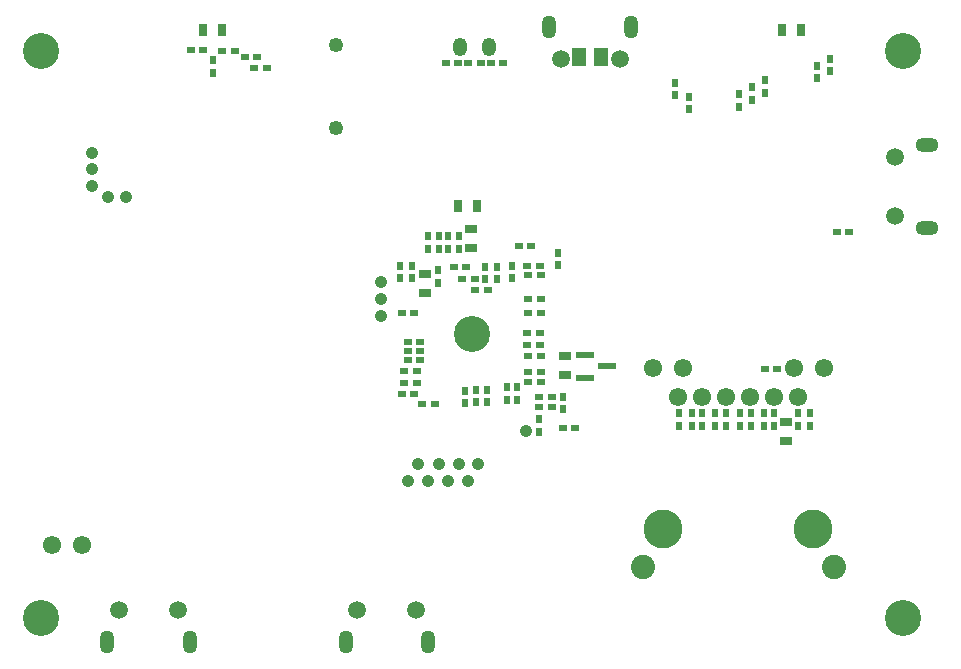
<source format=gbs>
G04 Layer_Color=16711935*
%FSLAX44Y44*%
%MOMM*%
G71*
G01*
G75*
%ADD69C,1.0500*%
%ADD72R,0.6000X0.6500*%
%ADD79R,0.6500X0.6000*%
%ADD85R,1.0500X0.7000*%
%ADD95R,0.7000X1.0500*%
%ADD104R,1.2500X1.5000*%
%ADD105C,1.5500*%
%ADD106O,1.2500X1.9500*%
%ADD107C,1.5000*%
%ADD108C,3.3000*%
%ADD109C,2.0500*%
%ADD110C,1.2500*%
%ADD111O,1.2500X1.5500*%
%ADD112O,1.9500X1.2500*%
%ADD113C,3.0500*%
%ADD114R,1.6000X0.6000*%
D69*
X3123000Y2941000D02*
D03*
X3122750Y2955000D02*
D03*
X3123000Y2969000D02*
D03*
X3246000Y2843000D02*
D03*
X2907000Y3041000D02*
D03*
X2878000Y3051000D02*
D03*
Y3065000D02*
D03*
Y3079000D02*
D03*
X2892000Y3041000D02*
D03*
X3146000Y2801000D02*
D03*
X3154000Y2815000D02*
D03*
X3163000Y2801000D02*
D03*
X3172000Y2815000D02*
D03*
X3180000Y2801000D02*
D03*
X3189000Y2815000D02*
D03*
X3197000Y2801000D02*
D03*
X3205000Y2815000D02*
D03*
D72*
X2981000Y3157250D02*
D03*
Y3146750D02*
D03*
X3171000Y2979250D02*
D03*
Y2968750D02*
D03*
X3277000Y2861500D02*
D03*
Y2872000D02*
D03*
X3211000Y2971750D02*
D03*
Y2982250D02*
D03*
X3139000Y2972750D02*
D03*
Y2983250D02*
D03*
X3234000Y2972750D02*
D03*
Y2983250D02*
D03*
X3230000Y2880250D02*
D03*
Y2869750D02*
D03*
X3203000Y2878250D02*
D03*
Y2867750D02*
D03*
X3257000Y2853250D02*
D03*
Y2842750D02*
D03*
X3149000Y2972750D02*
D03*
Y2983250D02*
D03*
X3221000Y2971750D02*
D03*
Y2982250D02*
D03*
X3238000Y2880250D02*
D03*
Y2869750D02*
D03*
X3213000Y2878250D02*
D03*
Y2867750D02*
D03*
X3194000Y2877250D02*
D03*
Y2866750D02*
D03*
X3426000Y3128250D02*
D03*
Y3117750D02*
D03*
X3437000Y3134250D02*
D03*
Y3123750D02*
D03*
X3448000Y3140250D02*
D03*
Y3129750D02*
D03*
X3492000Y3152250D02*
D03*
Y3141750D02*
D03*
X3503000Y3158250D02*
D03*
Y3147750D02*
D03*
X3384000Y3126250D02*
D03*
Y3115750D02*
D03*
X3372000Y3138250D02*
D03*
Y3127750D02*
D03*
X3189000Y2997750D02*
D03*
Y3008250D02*
D03*
X3163000D02*
D03*
Y2997750D02*
D03*
X3180000D02*
D03*
Y3008250D02*
D03*
X3172000Y2997750D02*
D03*
Y3008250D02*
D03*
X3273000Y2983750D02*
D03*
Y2994250D02*
D03*
X3447000Y2858250D02*
D03*
Y2847750D02*
D03*
X3427000Y2858250D02*
D03*
Y2847750D02*
D03*
X3406000Y2858250D02*
D03*
Y2847750D02*
D03*
X3386000Y2858250D02*
D03*
Y2847750D02*
D03*
X3456000Y2858250D02*
D03*
Y2847750D02*
D03*
X3436000Y2858250D02*
D03*
Y2847750D02*
D03*
X3415000Y2858250D02*
D03*
Y2847750D02*
D03*
X3395000Y2858250D02*
D03*
Y2847750D02*
D03*
X3486000Y2858250D02*
D03*
Y2847750D02*
D03*
X3375000Y2858250D02*
D03*
Y2847750D02*
D03*
X3476000Y2858250D02*
D03*
Y2847750D02*
D03*
D79*
X3287250Y2846000D02*
D03*
X3276750D02*
D03*
X3007750Y3160000D02*
D03*
X3018250D02*
D03*
X3015750Y3151000D02*
D03*
X3026250D02*
D03*
X2961750Y3166000D02*
D03*
X2972250D02*
D03*
X2999000Y3165000D02*
D03*
X2988500D02*
D03*
X3188250Y3155000D02*
D03*
X3177750D02*
D03*
X3207250D02*
D03*
X3196750D02*
D03*
X3226250D02*
D03*
X3215750D02*
D03*
X3246750Y2916000D02*
D03*
X3257250D02*
D03*
X3247750Y2893000D02*
D03*
X3258250D02*
D03*
X3267500Y2872000D02*
D03*
X3257000D02*
D03*
X3184750Y2982000D02*
D03*
X3195250D02*
D03*
X3247750Y2907000D02*
D03*
X3258250D02*
D03*
X3246750Y2983000D02*
D03*
X3257250D02*
D03*
X3247750Y2943000D02*
D03*
X3258250D02*
D03*
X3247750Y2955000D02*
D03*
X3258250D02*
D03*
X3247750Y2975000D02*
D03*
X3258250D02*
D03*
X3151250Y2875000D02*
D03*
X3140750D02*
D03*
X3151250Y2943000D02*
D03*
X3140750D02*
D03*
X3247750Y2885000D02*
D03*
X3258250D02*
D03*
X3246750Y2926000D02*
D03*
X3257250D02*
D03*
X3156250Y2919000D02*
D03*
X3145750D02*
D03*
X3257000Y2864000D02*
D03*
X3267500D02*
D03*
X3168500Y2866000D02*
D03*
X3158000D02*
D03*
X3153250Y2884000D02*
D03*
X3142750D02*
D03*
X3153250Y2894000D02*
D03*
X3142750D02*
D03*
X3156250Y2903000D02*
D03*
X3145750D02*
D03*
X3156250Y2911000D02*
D03*
X3145750D02*
D03*
X3508750Y3012000D02*
D03*
X3519250D02*
D03*
X3239750Y3000000D02*
D03*
X3250250D02*
D03*
X3191750Y2972000D02*
D03*
X3202250D02*
D03*
X3213250Y2963000D02*
D03*
X3202750D02*
D03*
X3447750Y2896000D02*
D03*
X3458250D02*
D03*
D85*
X3160000Y2976000D02*
D03*
Y2960000D02*
D03*
X3199000Y3014000D02*
D03*
Y2998000D02*
D03*
X3466000Y2835000D02*
D03*
Y2851000D02*
D03*
X3279000Y2891000D02*
D03*
Y2907000D02*
D03*
D95*
X2988000Y3183000D02*
D03*
X2972000D02*
D03*
X3188000Y3034000D02*
D03*
X3204000D02*
D03*
X3478200Y3182700D02*
D03*
X3462200D02*
D03*
D104*
X3309000Y3160000D02*
D03*
X3291000D02*
D03*
D105*
X2869500Y2747000D02*
D03*
X2844500D02*
D03*
X3353200Y2896300D02*
D03*
X3476250Y2871800D02*
D03*
X3455950D02*
D03*
X3435650D02*
D03*
X3415350D02*
D03*
X3395050D02*
D03*
X3374750D02*
D03*
X3497800Y2896300D02*
D03*
X3472400D02*
D03*
X3378600D02*
D03*
D106*
X2891000Y2665000D02*
D03*
X2961000D02*
D03*
X3335000Y3185000D02*
D03*
X3265000D02*
D03*
X3093000Y2665000D02*
D03*
X3163000D02*
D03*
D107*
X2901000Y2692000D02*
D03*
X2951000D02*
D03*
X3325000Y3158000D02*
D03*
X3275000D02*
D03*
X3558000Y3025000D02*
D03*
Y3075000D02*
D03*
X3103000Y2692000D02*
D03*
X3153000D02*
D03*
D108*
X3362000Y2760000D02*
D03*
X3489000D02*
D03*
D109*
X3344850Y2728300D02*
D03*
X3506150D02*
D03*
D110*
X3085000Y3100000D02*
D03*
Y3170000D02*
D03*
D111*
X3214500Y3168000D02*
D03*
X3189500D02*
D03*
D112*
X3585000Y3015000D02*
D03*
Y3085000D02*
D03*
D113*
X3565000Y2685000D02*
D03*
Y3165000D02*
D03*
X2835000D02*
D03*
Y2685000D02*
D03*
X3200000Y2925000D02*
D03*
D114*
X3295750Y2888500D02*
D03*
Y2907500D02*
D03*
X3314250Y2898000D02*
D03*
M02*

</source>
